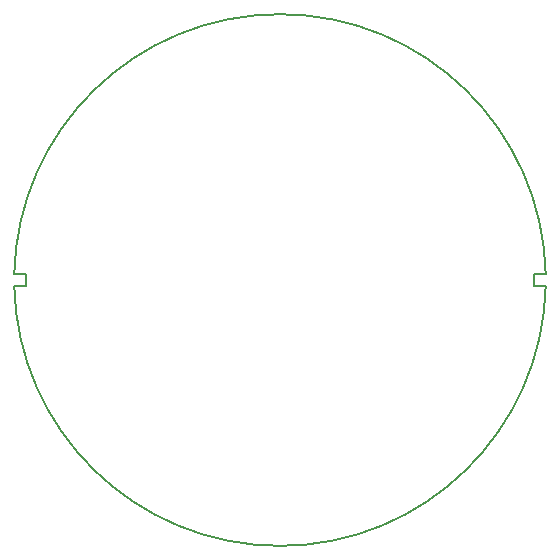
<source format=gbr>
G04 #@! TF.GenerationSoftware,KiCad,Pcbnew,(5.1.4-0-10_14)*
G04 #@! TF.CreationDate,2021-06-10T11:06:10+03:00*
G04 #@! TF.ProjectId,smart-plug,736d6172-742d-4706-9c75-672e6b696361,rev?*
G04 #@! TF.SameCoordinates,Original*
G04 #@! TF.FileFunction,Profile,NP*
%FSLAX46Y46*%
G04 Gerber Fmt 4.6, Leading zero omitted, Abs format (unit mm)*
G04 Created by KiCad (PCBNEW (5.1.4-0-10_14)) date 2021-06-10 11:06:10*
%MOMM*%
%LPD*%
G04 APERTURE LIST*
%ADD10C,0.150000*%
G04 APERTURE END LIST*
D10*
X199999999Y-93200001D02*
G75*
G02X155000001Y-93199999I-22499999J500001D01*
G01*
X200000000Y-93200000D02*
X199000000Y-93200000D01*
X155000001Y-92199999D02*
G75*
G02X199999999Y-92200001I22499999J-500001D01*
G01*
X199000000Y-92200000D02*
X200000000Y-92200000D01*
X199000000Y-93200000D02*
X199000000Y-92200000D01*
X156000000Y-92200000D02*
X155000000Y-92200000D01*
X156000000Y-93200000D02*
X156000000Y-92200000D01*
X155000000Y-93200000D02*
X156000000Y-93200000D01*
M02*

</source>
